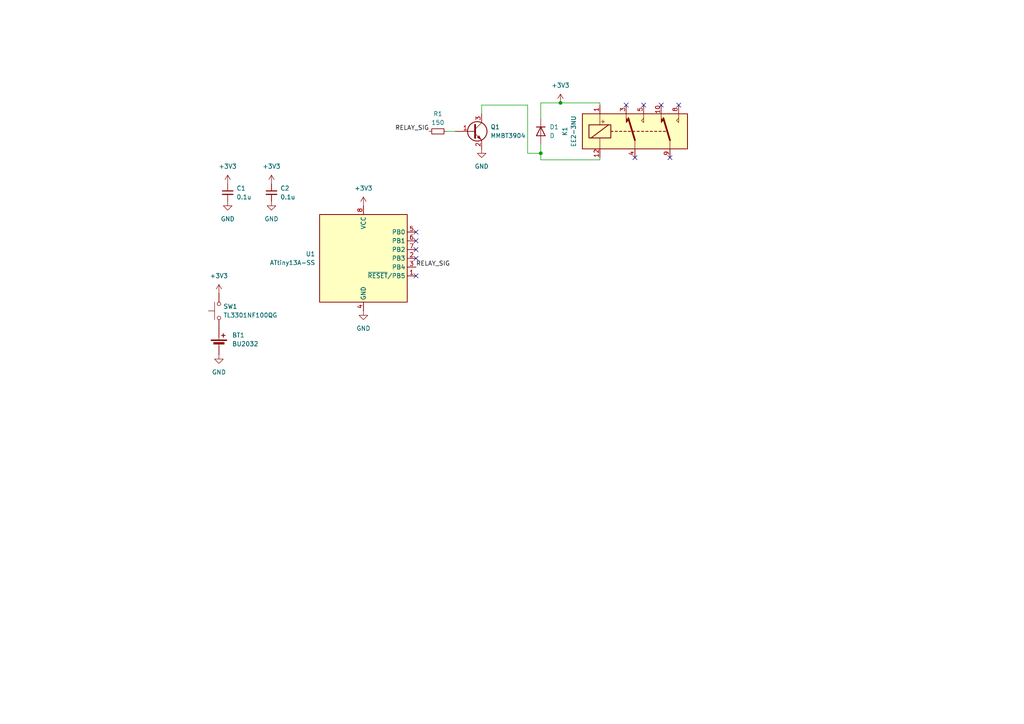
<source format=kicad_sch>
(kicad_sch (version 20230121) (generator eeschema)
  (paper "A4")
  (lib_symbols
    (symbol "Device:Battery_Cell" (pin_numbers hide) (pin_names (offset 0) hide)
      (property "Reference" "BT" (at 2.54 2.54 0))
      (property "Value" "Battery_Cell" (at 2.54 0 0))
      (symbol "Battery_Cell_0_1"
        (rectangle (start -2.286 1.778) (end 2.286 1.524) (fill (type outline)))
        (rectangle (start -1.524 1.016) (end 1.524 0.508) (fill (type outline)))
        (polyline (pts (xy 0 0.762) (xy 0 0)))
        (polyline (pts (xy 0 1.778) (xy 0 2.54)))
        (polyline (pts (xy 0.762 3.048) (xy 1.778 3.048)) (stroke (width 0.254)))
        (polyline (pts (xy 1.27 3.556) (xy 1.27 2.54)) (stroke (width 0.254)))
      )
      (symbol "Battery_Cell_1_1"
        (pin passive line (at 0 5.08 270) (length 2.54) (name "+") (number "1"))
        (pin passive line (at 0 -2.54 90) (length 2.54) (name "-") (number "2"))
      )
    )
    (symbol "Device:C_Small" (pin_numbers hide) (pin_names (offset 0.254) hide)
      (property "Reference" "C" (at 0.254 1.778 0))
      (property "Value" "C_Small" (at 0.254 -2.032 0))
      (symbol "C_Small_0_1"
        (polyline (pts (xy -1.524 -0.508) (xy 1.524 -0.508)) (stroke (width 0.3302)))
        (polyline (pts (xy -1.524 0.508) (xy 1.524 0.508)) (stroke (width 0.3048)))
      )
      (symbol "C_Small_1_1"
        (pin passive line (at 0 2.54 270) (length 2.032) (name "~") (number "1"))
        (pin passive line (at 0 -2.54 90) (length 2.032) (name "~") (number "2"))
      )
    )
    (symbol "Device:D" (pin_numbers hide) (pin_names (offset 1.016) hide)
      (property "Reference" "D" (at 0 2.54 0))
      (property "Value" "D" (at 0 -2.54 0))
      (symbol "D_0_1"
        (polyline (pts (xy -1.27 1.27) (xy -1.27 -1.27)) (stroke (width 0.254)))
        (polyline (pts (xy 1.27 0) (xy -1.27 0)))
        (polyline (pts (xy 1.27 1.27) (xy 1.27 -1.27) (xy -1.27 0) (xy 1.27 1.27)) (stroke (width 0.254)))
      )
      (symbol "D_1_1"
        (pin passive line (at -3.81 0 0) (length 2.54) (name "K") (number "1"))
        (pin passive line (at 3.81 0 180) (length 2.54) (name "A") (number "2"))
      )
    )
    (symbol "Device:R_Small" (pin_numbers hide) (pin_names (offset 0.254) hide)
      (property "Reference" "R" (at 0.762 0.508 0))
      (property "Value" "R_Small" (at 0.762 -1.016 0))
      (symbol "R_Small_0_1"
        (rectangle (start -0.762 1.778) (end 0.762 -1.778) (stroke (width 0.2032)))
      )
      (symbol "R_Small_1_1"
        (pin passive line (at 0 2.54 270) (length 0.762) (name "~") (number "1"))
        (pin passive line (at 0 -2.54 90) (length 0.762) (name "~") (number "2"))
      )
    )
    (symbol "MCU_Microchip_ATtiny:ATtiny13A-SS"
      (property "Reference" "U" (at -12.7 13.97 0))
      (property "Value" "ATtiny13A-SS" (at 2.54 -13.97 0))
      (symbol "ATtiny13A-SS_0_1"
        (rectangle (start -12.7 -12.7) (end 12.7 12.7) (stroke (width 0.254)) (fill (type background)))
      )
      (symbol "ATtiny13A-SS_1_1"
        (pin bidirectional line (at 15.24 -5.08 180) (length 2.54) (name "~{RESET}/PB5") (number "1"))
        (pin bidirectional line (at 15.24 0 180) (length 2.54) (name "PB3") (number "2"))
        (pin bidirectional line (at 15.24 -2.54 180) (length 2.54) (name "PB4") (number "3"))
        (pin power_in line (at 0 -15.24 90) (length 2.54) (name "GND") (number "4"))
        (pin bidirectional line (at 15.24 7.62 180) (length 2.54) (name "PB0") (number "5"))
        (pin bidirectional line (at 15.24 5.08 180) (length 2.54) (name "PB1") (number "6"))
        (pin bidirectional line (at 15.24 2.54 180) (length 2.54) (name "PB2") (number "7"))
        (pin power_in line (at 0 15.24 270) (length 2.54) (name "VCC") (number "8"))
      )
    )
    (symbol "Relay:EC2-3NU"
      (property "Reference" "K" (at 15.24 8.89 0))
      (property "Value" "EC2-3NU" (at 19.05 6.35 0))
      (symbol "EC2-3NU_1_1"
        (rectangle (start -15.24 5.08) (end 15.24 -5.08) (stroke (width 0.254)) (fill (type background)))
        (rectangle (start -13.335 1.905) (end -6.985 -1.905) (stroke (width 0.254)))
        (polyline (pts (xy -12.7 -1.905) (xy -7.62 1.905)) (stroke (width 0.254)))
        (polyline (pts (xy -10.16 -5.08) (xy -10.16 -1.905)))
        (polyline (pts (xy -10.16 5.08) (xy -10.16 1.905)))
        (polyline (pts (xy -6.985 0) (xy -6.35 0)) (stroke (width 0.254)))
        (polyline (pts (xy -5.715 0) (xy -5.08 0)) (stroke (width 0.254)))
        (polyline (pts (xy -4.445 0) (xy -3.81 0)) (stroke (width 0.254)))
        (polyline (pts (xy -3.175 0) (xy -2.54 0)) (stroke (width 0.254)))
        (polyline (pts (xy -1.905 0) (xy -1.27 0)) (stroke (width 0.254)))
        (polyline (pts (xy -0.635 0) (xy 0 0)) (stroke (width 0.254)))
        (polyline (pts (xy 0 -2.54) (xy -1.905 3.81)) (stroke (width 0.508)))
        (polyline (pts (xy 0 -2.54) (xy 0 -5.08)))
        (polyline (pts (xy 0.635 0) (xy 1.27 0)) (stroke (width 0.254)))
        (polyline (pts (xy 1.905 0) (xy 2.54 0)) (stroke (width 0.254)))
        (polyline (pts (xy 3.175 0) (xy 3.81 0)) (stroke (width 0.254)))
        (polyline (pts (xy 4.445 0) (xy 5.08 0)) (stroke (width 0.254)))
        (polyline (pts (xy 5.715 0) (xy 6.35 0)) (stroke (width 0.254)))
        (polyline (pts (xy 6.985 0) (xy 7.62 0)) (stroke (width 0.254)))
        (polyline (pts (xy 8.255 0) (xy 8.89 0)) (stroke (width 0.254)))
        (polyline (pts (xy 10.16 -2.54) (xy 8.255 3.81)) (stroke (width 0.508)))
        (polyline (pts (xy 10.16 -2.54) (xy 10.16 -5.08)))
        (polyline (pts (xy -2.54 5.08) (xy -2.54 2.54) (xy -1.905 3.175) (xy -2.54 3.81)) (fill (type outline)))
        (polyline (pts (xy 2.54 5.08) (xy 2.54 2.54) (xy 1.905 3.175) (xy 2.54 3.81)))
        (polyline (pts (xy 7.62 5.08) (xy 7.62 2.54) (xy 8.255 3.175) (xy 7.62 3.81)) (fill (type outline)))
        (polyline (pts (xy 12.7 5.08) (xy 12.7 2.54) (xy 12.065 3.175) (xy 12.7 3.81)))
        (text "+" (at -9.271 2.921 0) (effects (font (size 1.27 1.27))))
        (pin passive line (at -10.16 7.62 270) (length 2.54) (name "~") (number "1"))
        (pin passive line (at 7.62 7.62 270) (length 2.54) (name "~") (number "10"))
        (pin passive line (at -10.16 -7.62 90) (length 2.54) (name "~") (number "12"))
        (pin passive line (at -2.54 7.62 270) (length 2.54) (name "~") (number "3"))
        (pin passive line (at 0 -7.62 90) (length 2.54) (name "~") (number "4"))
        (pin passive line (at 2.54 7.62 270) (length 2.54) (name "~") (number "5"))
        (pin passive line (at 12.7 7.62 270) (length 2.54) (name "~") (number "8"))
        (pin passive line (at 10.16 -7.62 90) (length 2.54) (name "~") (number "9"))
      )
    )
    (symbol "Switch:SW_Push" (pin_numbers hide) (pin_names (offset 1.016) hide)
      (property "Reference" "SW" (at 1.27 2.54 0))
      (property "Value" "SW_Push" (at 0 -1.524 0))
      (symbol "SW_Push_0_1"
        (circle (center -2.032 0) (radius 0.508))
        (polyline (pts (xy 0 1.27) (xy 0 3.048)))
        (polyline (pts (xy 2.54 1.27) (xy -2.54 1.27)))
        (circle (center 2.032 0) (radius 0.508))
        (pin passive line (at -5.08 0 0) (length 2.54) (name "1") (number "1"))
        (pin passive line (at 5.08 0 180) (length 2.54) (name "2") (number "2"))
      )
    )
    (symbol "Transistor_BJT:MMBT3904" (pin_names (offset 0) hide)
      (property "Reference" "Q" (at 5.08 1.905 0))
      (property "Value" "MMBT3904" (at 5.08 0 0))
      (symbol "MMBT3904_0_1"
        (polyline (pts (xy 0.635 0.635) (xy 2.54 2.54)))
        (polyline (pts (xy 0.635 -0.635) (xy 2.54 -2.54) (xy 2.54 -2.54)))
        (polyline (pts (xy 0.635 1.905) (xy 0.635 -1.905) (xy 0.635 -1.905)) (stroke (width 0.508)))
        (polyline (pts (xy 1.27 -1.778) (xy 1.778 -1.27) (xy 2.286 -2.286) (xy 1.27 -1.778) (xy 1.27 -1.778)) (fill (type outline)))
        (circle (center 1.27 0) (radius 2.8194) (stroke (width 0.254)))
      )
      (symbol "MMBT3904_1_1"
        (pin input line (at -5.08 0 0) (length 5.715) (name "B") (number "1"))
        (pin passive line (at 2.54 -5.08 90) (length 2.54) (name "E") (number "2"))
        (pin passive line (at 2.54 5.08 270) (length 2.54) (name "C") (number "3"))
      )
    )
    (symbol "power:+3V3" (power) (pin_names (offset 0))
      (property "Value" "+3V3" (at 0 3.556 0))
      (symbol "+3V3_0_1"
        (polyline (pts (xy -0.762 1.27) (xy 0 2.54)))
        (polyline (pts (xy 0 0) (xy 0 2.54)))
        (polyline (pts (xy 0 2.54) (xy 0.762 1.27)))
      )
      (symbol "+3V3_1_1"
        (pin power_in line (at 0 0 90) (length 0) hide (name "+3V3") (number "1"))
      )
    )
    (symbol "power:GND" (power) (pin_names (offset 0))
      (property "Value" "GND" (at 0 -3.81 0))
      (symbol "GND_0_1"
        (polyline (pts (xy 0 0) (xy 0 -1.27) (xy 1.27 -1.27) (xy 0 -2.54) (xy -1.27 -1.27) (xy 0 -1.27)))
      )
      (symbol "GND_1_1"
        (pin power_in line (at 0 0 270) (length 0) hide (name "GND") (number "1"))
      )
    )
  )
  (junction (at 162.56 29.845))
  (junction (at 156.845 44.45))
  (no_connect (at 191.77 30.48))
  (no_connect (at 120.65 69.85))
  (no_connect (at 184.15 45.72))
  (no_connect (at 120.65 67.31))
  (no_connect (at 196.85 30.48))
  (no_connect (at 120.65 72.39))
  (no_connect (at 194.31 45.72))
  (no_connect (at 181.61 30.48))
  (no_connect (at 120.65 80.01))
  (no_connect (at 186.69 30.48))
  (no_connect (at 120.65 74.93))
  (wire (pts (xy 156.845 46.355) (xy 156.845 44.45)))
  (wire (pts (xy 156.845 29.845) (xy 156.845 34.29)))
  (wire (pts (xy 173.99 45.72) (xy 173.99 46.355)))
  (wire (pts (xy 129.54 38.1) (xy 132.08 38.1)))
  (wire (pts (xy 139.7 30.48) (xy 153.035 30.48)))
  (wire (pts (xy 173.99 29.845) (xy 173.99 30.48)))
  (wire (pts (xy 162.56 29.845) (xy 173.99 29.845)))
  (wire (pts (xy 139.7 33.02) (xy 139.7 30.48)))
  (wire (pts (xy 153.035 44.45) (xy 156.845 44.45)))
  (wire (pts (xy 156.845 44.45) (xy 156.845 41.91)))
  (wire (pts (xy 156.845 29.845) (xy 162.56 29.845)))
  (wire (pts (xy 153.035 30.48) (xy 153.035 44.45)))
  (wire (pts (xy 173.99 46.355) (xy 156.845 46.355)))
  (label "RELAY_SIG" (at 120.65 77.47 0))
  (label "RELAY_SIG" (at 124.46 38.1 180))
  (symbol (lib_id "Relay:EC2-3NU") (at 184.15 38.1 0) (unit 1)
    (property "Reference" "K1" (at 163.83 38.1 90))
    (property "Value" "EE2-3NU" (at 166.37 38.1 90))
    (property "Footprint" "Relay_THT:Relay_DPDT_Kemet_EC2" (effects hide))
    (property "Datasheet" "https://content.kemet.com/datasheets/KEM_R7002_EC2_EE2.pdf" (effects hide))
  )
  (symbol (lib_id "MCU_Microchip_ATtiny:ATtiny13A-SS") (at 105.41 74.93 0) (unit 1)
    (property "Reference" "U1" (at 91.44 73.66 0) (effects (justify right)))
    (property "Value" "ATtiny13A-SS" (at 91.44 76.2 0) (effects (justify right)))
    (property "Footprint" "Package_SO:SOIC-8_3.9x4.9mm_P1.27mm" (effects hide))
    (property "Datasheet" "http://ww1.microchip.com/downloads/en/DeviceDoc/doc8126.pdf" (effects hide))
  )
  (symbol (lib_id "power:GND") (at 105.41 90.17 0) (unit 1)
    (property "Reference" "#PWR01" (effects hide))
    (property "Value" "GND" (at 105.41 95.25 0))
  )
  (symbol (lib_id "Device:D") (at 156.845 38.1 270) (unit 1)
    (property "Reference" "D1" (at 159.385 36.83 90) (effects (justify left)))
    (property "Value" "D" (at 159.385 39.37 90) (effects (justify left)))
    (property "Footprint" "Diode_SMD:D_SOD-123" (effects hide))
    (property "Sim.Device" "D" (effects hide))
    (property "Sim.Pins" "1=K 2=A" (effects hide))
  )
  (symbol (lib_id "power:GND") (at 63.5 102.87 0) (unit 1)
    (property "Reference" "#PWR08" (effects hide))
    (property "Value" "GND" (at 63.5 107.95 0))
  )
  (symbol (lib_id "power:+3V3") (at 162.56 29.845 0) (unit 1)
    (property "Reference" "#PWR010" (effects hide))
    (property "Value" "+3V3" (at 162.56 24.765 0))
  )
  (symbol (lib_id "power:+3V3") (at 78.74 53.34 0) (unit 1)
    (property "Reference" "#PWR06" (effects hide))
    (property "Value" "+3V3" (at 78.74 48.26 0))
  )
  (symbol (lib_id "power:GND") (at 139.7 43.18 0) (unit 1)
    (property "Reference" "#PWR04" (effects hide))
    (property "Value" "GND" (at 139.7 48.26 0))
  )
  (symbol (lib_id "power:+3V3") (at 105.41 59.69 0) (unit 1)
    (property "Reference" "#PWR02" (effects hide))
    (property "Value" "+3V3" (at 105.41 54.61 0))
  )
  (symbol (lib_id "Device:Battery_Cell") (at 63.5 100.33 0) (unit 1)
    (property "Reference" "BT1" (at 67.31 97.2185 0) (effects (justify left)))
    (property "Value" "BU2032" (at 67.31 99.7585 0) (effects (justify left)))
    (property "Footprint" "footprints:BAT_BU2032-1-HD-G" (effects hide))
  )
  (symbol (lib_id "Device:C_Small") (at 78.74 55.88 0) (unit 1)
    (property "Reference" "C2" (at 81.28 54.6163 0) (effects (justify left)))
    (property "Value" "0.1u" (at 81.28 57.1563 0) (effects (justify left)))
    (property "Footprint" "Capacitor_SMD:C_0402_1005Metric" (effects hide))
  )
  (symbol (lib_id "power:GND") (at 78.74 58.42 0) (unit 1)
    (property "Reference" "#PWR05" (effects hide))
    (property "Value" "GND" (at 78.74 63.5 0))
  )
  (symbol (lib_id "power:+3V3") (at 63.5 85.09 0) (unit 1)
    (property "Reference" "#PWR09" (effects hide))
    (property "Value" "+3V3" (at 63.5 80.01 0))
  )
  (symbol (lib_id "Transistor_BJT:MMBT3904") (at 137.16 38.1 0) (unit 1)
    (property "Reference" "Q1" (at 142.24 36.83 0) (effects (justify left)))
    (property "Value" "MMBT3904" (at 142.24 39.37 0) (effects (justify left)))
    (property "Footprint" "Package_TO_SOT_SMD:SOT-23" (effects hide))
    (property "Datasheet" "https://www.onsemi.com/pub/Collateral/2N3903-D.PDF" (effects hide))
  )
  (symbol (lib_id "power:+3V3") (at 66.04 53.34 0) (unit 1)
    (property "Reference" "#PWR07" (effects hide))
    (property "Value" "+3V3" (at 66.04 48.26 0))
  )
  (symbol (lib_id "power:GND") (at 66.04 58.42 0) (unit 1)
    (property "Reference" "#PWR03" (effects hide))
    (property "Value" "GND" (at 66.04 63.5 0))
  )
  (symbol (lib_id "Switch:SW_Push") (at 63.5 90.17 90) (unit 1)
    (property "Reference" "SW1" (at 64.77 88.9 90) (effects (justify right)))
    (property "Value" "TL3301NF100QG" (at 64.77 91.44 90) (effects (justify right)))
    (property "Footprint" "Button_Switch_SMD:SW_Push_1P1T_NO_6x6mm_H9.5mm" (effects hide))
  )
  (symbol (lib_id "Device:C_Small") (at 66.04 55.88 0) (unit 1)
    (property "Reference" "C1" (at 68.58 54.6163 0) (effects (justify left)))
    (property "Value" "0.1u" (at 68.58 57.1563 0) (effects (justify left)))
    (property "Footprint" "Capacitor_SMD:C_0402_1005Metric" (effects hide))
  )
  (symbol (lib_id "Device:R_Small") (at 127 38.1 90) (unit 1)
    (property "Reference" "R1" (at 127 33.02 90))
    (property "Value" "150" (at 127 35.56 90))
    (property "Footprint" "Resistor_SMD:R_0402_1005Metric" (effects hide))
  )
)
</source>
